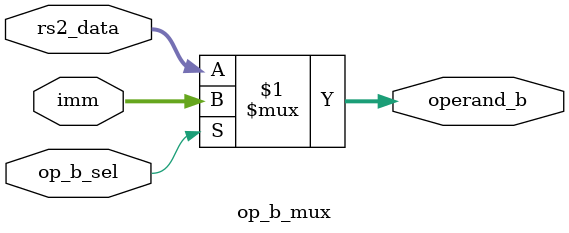
<source format=sv>
module op_b_mux (
	input [31:0] imm, rs2_data,
	input op_b_sel,
	output [31:0] operand_b
);

	assign operand_b = (op_b_sel) ? imm : rs2_data;

endmodule
</source>
